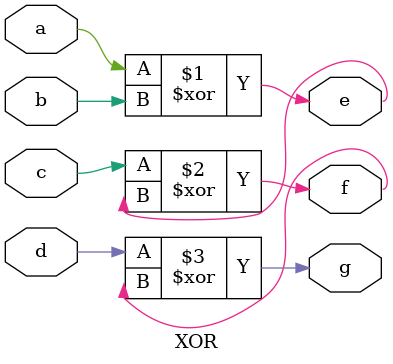
<source format=v>
`timescale 1ns / 1ps


module XOR(
   input a,
   input b,
   input c,
   input d,
   output e,
   output f,
   output g
    );
    
assign e = a^b;
assign f = c^e;
assign g = d^f;

endmodule

</source>
